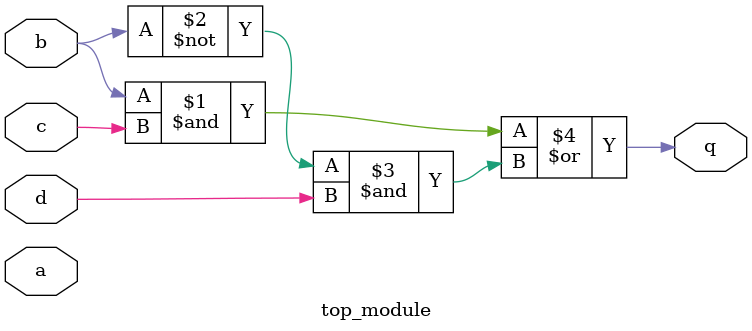
<source format=sv>
module top_module (
    input a,
    input b,
    input c,
    input d,
    output q
);

    assign q = (b & c) | (~b & d);

endmodule

</source>
